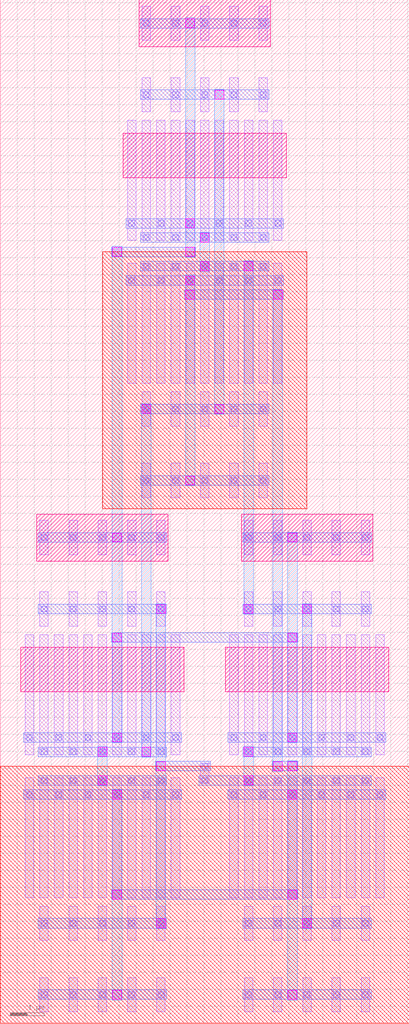
<source format=lef>
VERSION 5.7 ;

  DIVIDERCHAR "/" ;
  BUSBITCHARS "[]" ;
MACRO STAGE2_INV_62673116_0_0_1679063325
  CLASS BLOCK ;
  FOREIGN STAGE2_INV_62673116_0_0_1679063325 ;
  ORIGIN 0.000 -0.150 ;
  SIZE 12.040 BY 14.970 ;
  OBS
      LAYER nwell ;
        RECT 0.000 7.560 12.040 15.120 ;
      LAYER pwell ;
        RECT 0.605 4.070 5.415 5.380 ;
        RECT 6.625 4.070 11.435 5.380 ;
        RECT 1.075 0.150 4.945 1.530 ;
        RECT 7.095 0.150 10.965 1.530 ;
      LAYER li1 ;
        RECT 1.165 13.775 1.415 14.785 ;
        RECT 2.025 13.775 2.275 14.785 ;
        RECT 2.885 13.775 3.135 14.785 ;
        RECT 3.745 13.775 3.995 14.785 ;
        RECT 4.605 13.775 4.855 14.785 ;
        RECT 7.185 13.775 7.435 14.785 ;
        RECT 8.045 13.775 8.295 14.785 ;
        RECT 8.905 13.775 9.155 14.785 ;
        RECT 9.765 13.775 10.015 14.785 ;
        RECT 10.625 13.775 10.875 14.785 ;
        RECT 1.165 11.675 1.415 12.685 ;
        RECT 2.025 11.675 2.275 12.685 ;
        RECT 2.885 11.675 3.135 12.685 ;
        RECT 3.745 11.675 3.995 12.685 ;
        RECT 4.605 11.675 4.855 12.685 ;
        RECT 7.185 11.675 7.435 12.685 ;
        RECT 8.045 11.675 8.295 12.685 ;
        RECT 8.905 11.675 9.155 12.685 ;
        RECT 9.765 11.675 10.015 12.685 ;
        RECT 10.625 11.675 10.875 12.685 ;
        RECT 0.735 7.895 0.985 11.425 ;
        RECT 1.165 7.895 1.415 11.425 ;
        RECT 1.595 7.895 1.845 11.425 ;
        RECT 2.025 7.895 2.275 11.425 ;
        RECT 2.455 7.895 2.705 11.425 ;
        RECT 2.885 7.895 3.135 11.425 ;
        RECT 3.315 7.895 3.565 11.425 ;
        RECT 3.745 7.895 3.995 11.425 ;
        RECT 4.175 7.895 4.425 11.425 ;
        RECT 4.605 7.895 4.855 11.425 ;
        RECT 5.035 7.895 5.285 11.425 ;
        RECT 5.895 7.475 6.145 8.065 ;
        RECT 6.755 7.895 7.005 11.425 ;
        RECT 7.185 7.895 7.435 11.425 ;
        RECT 7.615 7.895 7.865 11.425 ;
        RECT 8.045 7.895 8.295 11.425 ;
        RECT 8.475 7.895 8.725 11.425 ;
        RECT 8.905 7.895 9.155 11.425 ;
        RECT 9.335 7.895 9.585 11.425 ;
        RECT 9.765 7.895 10.015 11.425 ;
        RECT 10.195 7.895 10.445 11.425 ;
        RECT 10.625 7.895 10.875 11.425 ;
        RECT 11.055 7.895 11.305 11.425 ;
        RECT 0.735 3.695 0.985 7.225 ;
        RECT 1.165 3.695 1.415 7.225 ;
        RECT 1.595 3.695 1.845 7.225 ;
        RECT 2.025 3.695 2.275 7.225 ;
        RECT 2.455 3.695 2.705 7.225 ;
        RECT 2.885 3.695 3.135 7.225 ;
        RECT 3.315 3.695 3.565 7.225 ;
        RECT 3.745 3.695 3.995 7.225 ;
        RECT 4.175 3.695 4.425 7.225 ;
        RECT 4.605 3.695 4.855 7.225 ;
        RECT 5.035 3.695 5.285 7.225 ;
        RECT 6.755 3.695 7.005 7.225 ;
        RECT 7.185 3.695 7.435 7.225 ;
        RECT 7.615 3.695 7.865 7.225 ;
        RECT 8.045 3.695 8.295 7.225 ;
        RECT 8.475 3.695 8.725 7.225 ;
        RECT 8.905 3.695 9.155 7.225 ;
        RECT 9.335 3.695 9.585 7.225 ;
        RECT 9.765 3.695 10.015 7.225 ;
        RECT 10.195 3.695 10.445 7.225 ;
        RECT 10.625 3.695 10.875 7.225 ;
        RECT 11.055 3.695 11.305 7.225 ;
        RECT 1.165 2.435 1.415 3.445 ;
        RECT 2.025 2.435 2.275 3.445 ;
        RECT 2.885 2.435 3.135 3.445 ;
        RECT 3.745 2.435 3.995 3.445 ;
        RECT 4.605 2.435 4.855 3.445 ;
        RECT 7.185 2.435 7.435 3.445 ;
        RECT 8.045 2.435 8.295 3.445 ;
        RECT 8.905 2.435 9.155 3.445 ;
        RECT 9.765 2.435 10.015 3.445 ;
        RECT 10.625 2.435 10.875 3.445 ;
        RECT 1.165 0.335 1.415 1.345 ;
        RECT 2.025 0.335 2.275 1.345 ;
        RECT 2.885 0.335 3.135 1.345 ;
        RECT 3.745 0.335 3.995 1.345 ;
        RECT 4.605 0.335 4.855 1.345 ;
        RECT 7.185 0.335 7.435 1.345 ;
        RECT 8.045 0.335 8.295 1.345 ;
        RECT 8.905 0.335 9.155 1.345 ;
        RECT 9.765 0.335 10.015 1.345 ;
        RECT 10.625 0.335 10.875 1.345 ;
      LAYER mcon ;
        RECT 1.205 14.195 1.375 14.365 ;
        RECT 2.065 14.195 2.235 14.365 ;
        RECT 2.925 14.195 3.095 14.365 ;
        RECT 3.785 14.195 3.955 14.365 ;
        RECT 4.645 14.195 4.815 14.365 ;
        RECT 7.225 14.195 7.395 14.365 ;
        RECT 8.085 14.195 8.255 14.365 ;
        RECT 8.945 14.195 9.115 14.365 ;
        RECT 9.805 14.195 9.975 14.365 ;
        RECT 10.665 14.195 10.835 14.365 ;
        RECT 1.205 12.095 1.375 12.265 ;
        RECT 2.065 12.095 2.235 12.265 ;
        RECT 2.925 12.095 3.095 12.265 ;
        RECT 3.785 12.095 3.955 12.265 ;
        RECT 4.645 12.095 4.815 12.265 ;
        RECT 7.225 12.095 7.395 12.265 ;
        RECT 8.085 12.095 8.255 12.265 ;
        RECT 8.945 12.095 9.115 12.265 ;
        RECT 9.805 12.095 9.975 12.265 ;
        RECT 10.665 12.095 10.835 12.265 ;
        RECT 0.775 8.315 0.945 8.485 ;
        RECT 1.205 7.895 1.375 8.065 ;
        RECT 1.635 8.315 1.805 8.485 ;
        RECT 2.065 7.895 2.235 8.065 ;
        RECT 2.495 8.315 2.665 8.485 ;
        RECT 2.925 7.895 3.095 8.065 ;
        RECT 3.355 8.315 3.525 8.485 ;
        RECT 3.785 7.895 3.955 8.065 ;
        RECT 4.215 8.315 4.385 8.485 ;
        RECT 4.645 7.895 4.815 8.065 ;
        RECT 5.075 8.315 5.245 8.485 ;
        RECT 6.795 8.315 6.965 8.485 ;
        RECT 5.935 7.895 6.105 8.065 ;
        RECT 7.225 7.895 7.395 8.065 ;
        RECT 7.655 8.315 7.825 8.485 ;
        RECT 8.085 7.895 8.255 8.065 ;
        RECT 8.515 8.315 8.685 8.485 ;
        RECT 8.945 7.895 9.115 8.065 ;
        RECT 9.375 8.315 9.545 8.485 ;
        RECT 9.805 7.895 9.975 8.065 ;
        RECT 10.235 8.315 10.405 8.485 ;
        RECT 10.665 7.895 10.835 8.065 ;
        RECT 11.095 8.315 11.265 8.485 ;
        RECT 5.935 7.475 6.105 7.645 ;
        RECT 0.775 6.635 0.945 6.805 ;
        RECT 1.205 7.055 1.375 7.225 ;
        RECT 1.635 6.635 1.805 6.805 ;
        RECT 2.065 7.055 2.235 7.225 ;
        RECT 2.495 6.635 2.665 6.805 ;
        RECT 2.925 7.055 3.095 7.225 ;
        RECT 3.355 6.635 3.525 6.805 ;
        RECT 3.785 7.055 3.955 7.225 ;
        RECT 4.215 6.635 4.385 6.805 ;
        RECT 4.645 7.055 4.815 7.225 ;
        RECT 5.075 6.635 5.245 6.805 ;
        RECT 6.795 6.635 6.965 6.805 ;
        RECT 7.225 7.055 7.395 7.225 ;
        RECT 7.655 6.635 7.825 6.805 ;
        RECT 8.085 7.055 8.255 7.225 ;
        RECT 8.515 6.635 8.685 6.805 ;
        RECT 8.945 7.055 9.115 7.225 ;
        RECT 9.375 6.635 9.545 6.805 ;
        RECT 9.805 7.055 9.975 7.225 ;
        RECT 10.235 6.635 10.405 6.805 ;
        RECT 10.665 7.055 10.835 7.225 ;
        RECT 11.095 6.635 11.265 6.805 ;
        RECT 1.205 2.855 1.375 3.025 ;
        RECT 2.065 2.855 2.235 3.025 ;
        RECT 2.925 2.855 3.095 3.025 ;
        RECT 3.785 2.855 3.955 3.025 ;
        RECT 4.645 2.855 4.815 3.025 ;
        RECT 7.225 2.855 7.395 3.025 ;
        RECT 8.085 2.855 8.255 3.025 ;
        RECT 8.945 2.855 9.115 3.025 ;
        RECT 9.805 2.855 9.975 3.025 ;
        RECT 10.665 2.855 10.835 3.025 ;
        RECT 1.205 0.755 1.375 0.925 ;
        RECT 2.065 0.755 2.235 0.925 ;
        RECT 2.925 0.755 3.095 0.925 ;
        RECT 3.785 0.755 3.955 0.925 ;
        RECT 4.645 0.755 4.815 0.925 ;
        RECT 7.225 0.755 7.395 0.925 ;
        RECT 8.085 0.755 8.255 0.925 ;
        RECT 8.945 0.755 9.115 0.925 ;
        RECT 9.805 0.755 9.975 0.925 ;
        RECT 10.665 0.755 10.835 0.925 ;
      LAYER met1 ;
        RECT 1.120 14.140 4.900 14.420 ;
        RECT 7.140 14.140 10.920 14.420 ;
        RECT 1.120 12.040 4.900 12.320 ;
        RECT 7.140 12.040 10.920 12.320 ;
        RECT 3.280 11.200 8.760 11.480 ;
        RECT 0.690 8.260 5.330 8.540 ;
        RECT 6.710 8.260 11.350 8.540 ;
        RECT 1.120 7.840 4.900 8.120 ;
        RECT 5.850 7.840 10.920 8.120 ;
        RECT 4.570 7.420 6.190 7.700 ;
        RECT 1.120 7.000 4.900 7.280 ;
        RECT 7.140 7.000 10.920 7.280 ;
        RECT 0.690 6.580 5.330 6.860 ;
        RECT 6.710 6.580 11.350 6.860 ;
        RECT 3.280 3.640 8.760 3.920 ;
        RECT 1.120 2.800 4.900 3.080 ;
        RECT 7.140 2.800 10.920 3.080 ;
        RECT 1.120 0.700 4.900 0.980 ;
        RECT 7.140 0.700 10.920 0.980 ;
      LAYER via ;
        RECT 3.310 14.150 3.570 14.410 ;
        RECT 8.470 14.150 8.730 14.410 ;
        RECT 4.600 12.050 4.860 12.310 ;
        RECT 8.900 12.050 9.160 12.310 ;
        RECT 3.310 11.210 3.570 11.470 ;
        RECT 8.470 11.210 8.730 11.470 ;
        RECT 3.310 8.270 3.570 8.530 ;
        RECT 8.470 8.270 8.730 8.530 ;
        RECT 2.880 7.850 3.140 8.110 ;
        RECT 7.180 7.850 7.440 8.110 ;
        RECT 4.600 7.430 4.860 7.690 ;
        RECT 2.880 7.010 3.140 7.270 ;
        RECT 7.180 7.010 7.440 7.270 ;
        RECT 3.310 6.590 3.570 6.850 ;
        RECT 8.470 6.590 8.730 6.850 ;
        RECT 3.310 3.650 3.570 3.910 ;
        RECT 8.470 3.650 8.730 3.910 ;
        RECT 4.600 2.810 4.860 3.070 ;
        RECT 8.900 2.810 9.160 3.070 ;
        RECT 3.310 0.710 3.570 0.970 ;
        RECT 8.470 0.710 8.730 0.970 ;
      LAYER met2 ;
        RECT 3.300 8.240 3.580 14.440 ;
        RECT 2.870 6.980 3.150 8.140 ;
        RECT 3.300 0.680 3.580 6.880 ;
        RECT 4.590 2.780 4.870 12.340 ;
        RECT 8.460 8.240 8.740 14.440 ;
        RECT 7.170 6.980 7.450 8.140 ;
        RECT 8.460 0.680 8.740 6.880 ;
        RECT 8.890 2.780 9.170 12.340 ;
  END
END STAGE2_INV_62673116_0_0_1679063325
MACRO INV_57920576_0_0_1679063324
  CLASS BLOCK ;
  FOREIGN INV_57920576_0_0_1679063324 ;
  ORIGIN 0.000 -0.150 ;
  SIZE 6.020 BY 14.970 ;
  OBS
      LAYER nwell ;
        RECT 0.000 7.560 6.020 15.120 ;
      LAYER pwell ;
        RECT 0.605 4.070 5.415 5.380 ;
        RECT 1.075 0.150 4.945 1.530 ;
      LAYER li1 ;
        RECT 1.165 13.775 1.415 14.785 ;
        RECT 2.025 13.775 2.275 14.785 ;
        RECT 2.885 13.775 3.135 14.785 ;
        RECT 3.745 13.775 3.995 14.785 ;
        RECT 4.605 13.775 4.855 14.785 ;
        RECT 1.165 11.675 1.415 12.685 ;
        RECT 2.025 11.675 2.275 12.685 ;
        RECT 2.885 11.675 3.135 12.685 ;
        RECT 3.745 11.675 3.995 12.685 ;
        RECT 4.605 11.675 4.855 12.685 ;
        RECT 0.735 7.895 0.985 11.425 ;
        RECT 1.165 7.895 1.415 11.425 ;
        RECT 1.595 7.895 1.845 11.425 ;
        RECT 2.025 7.895 2.275 11.425 ;
        RECT 2.455 7.895 2.705 11.425 ;
        RECT 2.885 7.895 3.135 11.425 ;
        RECT 3.315 7.895 3.565 11.425 ;
        RECT 3.745 7.895 3.995 11.425 ;
        RECT 4.175 7.895 4.425 11.425 ;
        RECT 4.605 7.895 4.855 11.425 ;
        RECT 5.035 7.895 5.285 11.425 ;
        RECT 0.735 3.695 0.985 7.225 ;
        RECT 1.165 3.695 1.415 7.225 ;
        RECT 1.595 3.695 1.845 7.225 ;
        RECT 2.025 3.695 2.275 7.225 ;
        RECT 2.455 3.695 2.705 7.225 ;
        RECT 2.885 3.695 3.135 7.225 ;
        RECT 3.315 3.695 3.565 7.225 ;
        RECT 3.745 3.695 3.995 7.225 ;
        RECT 4.175 3.695 4.425 7.225 ;
        RECT 4.605 3.695 4.855 7.225 ;
        RECT 5.035 3.695 5.285 7.225 ;
        RECT 1.165 2.435 1.415 3.445 ;
        RECT 2.025 2.435 2.275 3.445 ;
        RECT 2.885 2.435 3.135 3.445 ;
        RECT 3.745 2.435 3.995 3.445 ;
        RECT 4.605 2.435 4.855 3.445 ;
        RECT 1.165 0.335 1.415 1.345 ;
        RECT 2.025 0.335 2.275 1.345 ;
        RECT 2.885 0.335 3.135 1.345 ;
        RECT 3.745 0.335 3.995 1.345 ;
        RECT 4.605 0.335 4.855 1.345 ;
      LAYER mcon ;
        RECT 1.205 14.195 1.375 14.365 ;
        RECT 2.065 14.195 2.235 14.365 ;
        RECT 2.925 14.195 3.095 14.365 ;
        RECT 3.785 14.195 3.955 14.365 ;
        RECT 4.645 14.195 4.815 14.365 ;
        RECT 1.205 12.095 1.375 12.265 ;
        RECT 2.065 12.095 2.235 12.265 ;
        RECT 2.925 12.095 3.095 12.265 ;
        RECT 3.785 12.095 3.955 12.265 ;
        RECT 4.645 12.095 4.815 12.265 ;
        RECT 0.775 8.315 0.945 8.485 ;
        RECT 1.205 7.895 1.375 8.065 ;
        RECT 1.635 8.315 1.805 8.485 ;
        RECT 2.065 7.895 2.235 8.065 ;
        RECT 2.495 8.315 2.665 8.485 ;
        RECT 2.925 7.895 3.095 8.065 ;
        RECT 3.355 8.315 3.525 8.485 ;
        RECT 3.785 7.895 3.955 8.065 ;
        RECT 4.215 8.315 4.385 8.485 ;
        RECT 4.645 7.895 4.815 8.065 ;
        RECT 5.075 8.315 5.245 8.485 ;
        RECT 0.775 6.635 0.945 6.805 ;
        RECT 1.205 7.055 1.375 7.225 ;
        RECT 1.635 6.635 1.805 6.805 ;
        RECT 2.065 7.055 2.235 7.225 ;
        RECT 2.495 6.635 2.665 6.805 ;
        RECT 2.925 7.055 3.095 7.225 ;
        RECT 3.355 6.635 3.525 6.805 ;
        RECT 3.785 7.055 3.955 7.225 ;
        RECT 4.215 6.635 4.385 6.805 ;
        RECT 4.645 7.055 4.815 7.225 ;
        RECT 5.075 6.635 5.245 6.805 ;
        RECT 1.205 2.855 1.375 3.025 ;
        RECT 2.065 2.855 2.235 3.025 ;
        RECT 2.925 2.855 3.095 3.025 ;
        RECT 3.785 2.855 3.955 3.025 ;
        RECT 4.645 2.855 4.815 3.025 ;
        RECT 1.205 0.755 1.375 0.925 ;
        RECT 2.065 0.755 2.235 0.925 ;
        RECT 2.925 0.755 3.095 0.925 ;
        RECT 3.785 0.755 3.955 0.925 ;
        RECT 4.645 0.755 4.815 0.925 ;
      LAYER met1 ;
        RECT 1.120 14.140 4.900 14.420 ;
        RECT 1.120 12.040 4.900 12.320 ;
        RECT 0.690 8.260 5.330 8.540 ;
        RECT 1.120 7.840 4.900 8.120 ;
        RECT 1.120 7.000 4.900 7.280 ;
        RECT 0.690 6.580 5.330 6.860 ;
        RECT 1.120 2.800 4.900 3.080 ;
        RECT 1.120 0.700 4.900 0.980 ;
      LAYER via ;
        RECT 2.450 14.150 2.710 14.410 ;
        RECT 3.310 12.050 3.570 12.310 ;
        RECT 2.450 8.270 2.710 8.530 ;
        RECT 2.880 7.850 3.140 8.110 ;
        RECT 2.880 7.010 3.140 7.270 ;
        RECT 2.450 6.590 2.710 6.850 ;
        RECT 3.310 2.810 3.570 3.070 ;
        RECT 2.450 0.710 2.710 0.970 ;
      LAYER met2 ;
        RECT 2.440 8.240 2.720 14.440 ;
        RECT 2.870 6.980 3.150 8.140 ;
        RECT 2.440 0.680 2.720 6.880 ;
        RECT 3.300 2.780 3.580 12.340 ;
  END
END INV_57920576_0_0_1679063324
MACRO RINGOSC_0
  CLASS BLOCK ;
  FOREIGN RINGOSC_0 ;
  ORIGIN 0.000 0.000 ;
  SIZE 12.040 BY 30.090 ;
  OBS
      LAYER pwell ;
        RECT 4.085 28.710 7.955 30.090 ;
        RECT 3.615 24.860 8.425 26.170 ;
      LAYER nwell ;
        RECT 3.010 15.120 9.030 22.680 ;
      LAYER pwell ;
        RECT 1.075 13.590 4.945 14.970 ;
        RECT 7.095 13.590 10.965 14.970 ;
        RECT 0.605 9.740 5.415 11.050 ;
        RECT 6.625 9.740 11.435 11.050 ;
      LAYER nwell ;
        RECT 0.000 0.000 12.040 7.560 ;
      LAYER li1 ;
        RECT 4.175 28.895 4.425 29.905 ;
        RECT 5.035 28.895 5.285 29.905 ;
        RECT 5.895 28.895 6.145 29.905 ;
        RECT 6.755 28.895 7.005 29.905 ;
        RECT 7.615 28.895 7.865 29.905 ;
        RECT 4.175 26.795 4.425 27.805 ;
        RECT 5.035 26.795 5.285 27.805 ;
        RECT 5.895 26.795 6.145 27.805 ;
        RECT 6.755 26.795 7.005 27.805 ;
        RECT 7.615 26.795 7.865 27.805 ;
        RECT 3.745 23.015 3.995 26.545 ;
        RECT 4.175 23.015 4.425 26.545 ;
        RECT 4.605 23.015 4.855 26.545 ;
        RECT 5.035 23.015 5.285 26.545 ;
        RECT 5.465 23.015 5.715 26.545 ;
        RECT 5.895 23.015 6.145 26.545 ;
        RECT 6.325 23.015 6.575 26.545 ;
        RECT 6.755 23.015 7.005 26.545 ;
        RECT 7.185 23.015 7.435 26.545 ;
        RECT 7.615 23.015 7.865 26.545 ;
        RECT 8.045 23.015 8.295 26.545 ;
        RECT 3.745 18.815 3.995 22.345 ;
        RECT 4.175 18.815 4.425 22.345 ;
        RECT 4.605 18.815 4.855 22.345 ;
        RECT 5.035 18.815 5.285 22.345 ;
        RECT 5.465 18.815 5.715 22.345 ;
        RECT 5.895 18.815 6.145 22.345 ;
        RECT 6.325 18.815 6.575 22.345 ;
        RECT 6.755 18.815 7.005 22.345 ;
        RECT 7.185 18.815 7.435 22.345 ;
        RECT 7.615 18.815 7.865 22.345 ;
        RECT 8.045 18.815 8.295 22.345 ;
        RECT 4.175 17.555 4.425 18.565 ;
        RECT 5.035 17.555 5.285 18.565 ;
        RECT 5.895 17.555 6.145 18.565 ;
        RECT 6.755 17.555 7.005 18.565 ;
        RECT 7.615 17.555 7.865 18.565 ;
        RECT 4.175 15.455 4.425 16.465 ;
        RECT 5.035 15.455 5.285 16.465 ;
        RECT 5.895 15.455 6.145 16.465 ;
        RECT 6.755 15.455 7.005 16.465 ;
        RECT 7.615 15.455 7.865 16.465 ;
        RECT 1.165 13.775 1.415 14.785 ;
        RECT 2.025 13.775 2.275 14.785 ;
        RECT 2.885 13.775 3.135 14.785 ;
        RECT 3.745 13.775 3.995 14.785 ;
        RECT 4.605 13.775 4.855 14.785 ;
        RECT 7.185 13.775 7.435 14.785 ;
        RECT 8.045 13.775 8.295 14.785 ;
        RECT 8.905 13.775 9.155 14.785 ;
        RECT 9.765 13.775 10.015 14.785 ;
        RECT 10.625 13.775 10.875 14.785 ;
        RECT 1.165 11.675 1.415 12.685 ;
        RECT 2.025 11.675 2.275 12.685 ;
        RECT 2.885 11.675 3.135 12.685 ;
        RECT 3.745 11.675 3.995 12.685 ;
        RECT 4.605 11.675 4.855 12.685 ;
        RECT 7.185 11.675 7.435 12.685 ;
        RECT 8.045 11.675 8.295 12.685 ;
        RECT 8.905 11.675 9.155 12.685 ;
        RECT 9.765 11.675 10.015 12.685 ;
        RECT 10.625 11.675 10.875 12.685 ;
        RECT 0.735 7.895 0.985 11.425 ;
        RECT 1.165 7.895 1.415 11.425 ;
        RECT 1.595 7.895 1.845 11.425 ;
        RECT 2.025 7.895 2.275 11.425 ;
        RECT 2.455 7.895 2.705 11.425 ;
        RECT 2.885 7.895 3.135 11.425 ;
        RECT 3.315 7.895 3.565 11.425 ;
        RECT 3.745 7.895 3.995 11.425 ;
        RECT 4.175 7.895 4.425 11.425 ;
        RECT 4.605 7.895 4.855 11.425 ;
        RECT 5.035 7.895 5.285 11.425 ;
        RECT 6.755 7.895 7.005 11.425 ;
        RECT 7.185 7.895 7.435 11.425 ;
        RECT 7.615 7.895 7.865 11.425 ;
        RECT 8.045 7.895 8.295 11.425 ;
        RECT 8.475 7.895 8.725 11.425 ;
        RECT 8.905 7.895 9.155 11.425 ;
        RECT 9.335 7.895 9.585 11.425 ;
        RECT 9.765 7.895 10.015 11.425 ;
        RECT 10.195 7.895 10.445 11.425 ;
        RECT 10.625 7.895 10.875 11.425 ;
        RECT 11.055 7.895 11.305 11.425 ;
        RECT 0.735 3.695 0.985 7.225 ;
        RECT 1.165 3.695 1.415 7.225 ;
        RECT 1.595 3.695 1.845 7.225 ;
        RECT 2.025 3.695 2.275 7.225 ;
        RECT 2.455 3.695 2.705 7.225 ;
        RECT 2.885 3.695 3.135 7.225 ;
        RECT 3.315 3.695 3.565 7.225 ;
        RECT 3.745 3.695 3.995 7.225 ;
        RECT 4.175 3.695 4.425 7.225 ;
        RECT 4.605 3.695 4.855 7.225 ;
        RECT 5.035 3.695 5.285 7.225 ;
        RECT 5.895 7.055 6.145 7.645 ;
        RECT 6.755 3.695 7.005 7.225 ;
        RECT 7.185 3.695 7.435 7.225 ;
        RECT 7.615 3.695 7.865 7.225 ;
        RECT 8.045 3.695 8.295 7.225 ;
        RECT 8.475 3.695 8.725 7.225 ;
        RECT 8.905 3.695 9.155 7.225 ;
        RECT 9.335 3.695 9.585 7.225 ;
        RECT 9.765 3.695 10.015 7.225 ;
        RECT 10.195 3.695 10.445 7.225 ;
        RECT 10.625 3.695 10.875 7.225 ;
        RECT 11.055 3.695 11.305 7.225 ;
        RECT 1.165 2.435 1.415 3.445 ;
        RECT 2.025 2.435 2.275 3.445 ;
        RECT 2.885 2.435 3.135 3.445 ;
        RECT 3.745 2.435 3.995 3.445 ;
        RECT 4.605 2.435 4.855 3.445 ;
        RECT 7.185 2.435 7.435 3.445 ;
        RECT 8.045 2.435 8.295 3.445 ;
        RECT 8.905 2.435 9.155 3.445 ;
        RECT 9.765 2.435 10.015 3.445 ;
        RECT 10.625 2.435 10.875 3.445 ;
        RECT 1.165 0.335 1.415 1.345 ;
        RECT 2.025 0.335 2.275 1.345 ;
        RECT 2.885 0.335 3.135 1.345 ;
        RECT 3.745 0.335 3.995 1.345 ;
        RECT 4.605 0.335 4.855 1.345 ;
        RECT 7.185 0.335 7.435 1.345 ;
        RECT 8.045 0.335 8.295 1.345 ;
        RECT 8.905 0.335 9.155 1.345 ;
        RECT 9.765 0.335 10.015 1.345 ;
        RECT 10.625 0.335 10.875 1.345 ;
      LAYER mcon ;
        RECT 4.215 29.315 4.385 29.485 ;
        RECT 5.075 29.315 5.245 29.485 ;
        RECT 5.935 29.315 6.105 29.485 ;
        RECT 6.795 29.315 6.965 29.485 ;
        RECT 7.655 29.315 7.825 29.485 ;
        RECT 4.215 27.215 4.385 27.385 ;
        RECT 5.075 27.215 5.245 27.385 ;
        RECT 5.935 27.215 6.105 27.385 ;
        RECT 6.795 27.215 6.965 27.385 ;
        RECT 7.655 27.215 7.825 27.385 ;
        RECT 3.785 23.435 3.955 23.605 ;
        RECT 4.215 23.015 4.385 23.185 ;
        RECT 4.645 23.435 4.815 23.605 ;
        RECT 5.075 23.015 5.245 23.185 ;
        RECT 5.505 23.435 5.675 23.605 ;
        RECT 5.935 23.015 6.105 23.185 ;
        RECT 6.365 23.435 6.535 23.605 ;
        RECT 6.795 23.015 6.965 23.185 ;
        RECT 7.225 23.435 7.395 23.605 ;
        RECT 7.655 23.015 7.825 23.185 ;
        RECT 8.085 23.435 8.255 23.605 ;
        RECT 3.785 21.755 3.955 21.925 ;
        RECT 4.215 22.175 4.385 22.345 ;
        RECT 4.645 21.755 4.815 21.925 ;
        RECT 5.075 22.175 5.245 22.345 ;
        RECT 5.505 21.755 5.675 21.925 ;
        RECT 5.935 22.175 6.105 22.345 ;
        RECT 6.365 21.755 6.535 21.925 ;
        RECT 6.795 22.175 6.965 22.345 ;
        RECT 7.225 21.755 7.395 21.925 ;
        RECT 7.655 22.175 7.825 22.345 ;
        RECT 8.085 21.755 8.255 21.925 ;
        RECT 4.215 17.975 4.385 18.145 ;
        RECT 5.075 17.975 5.245 18.145 ;
        RECT 5.935 17.975 6.105 18.145 ;
        RECT 6.795 17.975 6.965 18.145 ;
        RECT 7.655 17.975 7.825 18.145 ;
        RECT 4.215 15.875 4.385 16.045 ;
        RECT 5.075 15.875 5.245 16.045 ;
        RECT 5.935 15.875 6.105 16.045 ;
        RECT 6.795 15.875 6.965 16.045 ;
        RECT 7.655 15.875 7.825 16.045 ;
        RECT 1.205 14.195 1.375 14.365 ;
        RECT 2.065 14.195 2.235 14.365 ;
        RECT 2.925 14.195 3.095 14.365 ;
        RECT 3.785 14.195 3.955 14.365 ;
        RECT 4.645 14.195 4.815 14.365 ;
        RECT 7.225 14.195 7.395 14.365 ;
        RECT 8.085 14.195 8.255 14.365 ;
        RECT 8.945 14.195 9.115 14.365 ;
        RECT 9.805 14.195 9.975 14.365 ;
        RECT 10.665 14.195 10.835 14.365 ;
        RECT 1.205 12.095 1.375 12.265 ;
        RECT 2.065 12.095 2.235 12.265 ;
        RECT 2.925 12.095 3.095 12.265 ;
        RECT 3.785 12.095 3.955 12.265 ;
        RECT 4.645 12.095 4.815 12.265 ;
        RECT 7.225 12.095 7.395 12.265 ;
        RECT 8.085 12.095 8.255 12.265 ;
        RECT 8.945 12.095 9.115 12.265 ;
        RECT 9.805 12.095 9.975 12.265 ;
        RECT 10.665 12.095 10.835 12.265 ;
        RECT 0.775 8.315 0.945 8.485 ;
        RECT 1.205 7.895 1.375 8.065 ;
        RECT 1.635 8.315 1.805 8.485 ;
        RECT 2.065 7.895 2.235 8.065 ;
        RECT 2.495 8.315 2.665 8.485 ;
        RECT 2.925 7.895 3.095 8.065 ;
        RECT 3.355 8.315 3.525 8.485 ;
        RECT 3.785 7.895 3.955 8.065 ;
        RECT 4.215 8.315 4.385 8.485 ;
        RECT 4.645 7.895 4.815 8.065 ;
        RECT 5.075 8.315 5.245 8.485 ;
        RECT 6.795 8.315 6.965 8.485 ;
        RECT 7.225 7.895 7.395 8.065 ;
        RECT 7.655 8.315 7.825 8.485 ;
        RECT 8.085 7.895 8.255 8.065 ;
        RECT 8.515 8.315 8.685 8.485 ;
        RECT 8.945 7.895 9.115 8.065 ;
        RECT 9.375 8.315 9.545 8.485 ;
        RECT 9.805 7.895 9.975 8.065 ;
        RECT 10.235 8.315 10.405 8.485 ;
        RECT 10.665 7.895 10.835 8.065 ;
        RECT 11.095 8.315 11.265 8.485 ;
        RECT 5.935 7.475 6.105 7.645 ;
        RECT 0.775 6.635 0.945 6.805 ;
        RECT 1.205 7.055 1.375 7.225 ;
        RECT 1.635 6.635 1.805 6.805 ;
        RECT 2.065 7.055 2.235 7.225 ;
        RECT 2.495 6.635 2.665 6.805 ;
        RECT 2.925 7.055 3.095 7.225 ;
        RECT 3.355 6.635 3.525 6.805 ;
        RECT 3.785 7.055 3.955 7.225 ;
        RECT 4.215 6.635 4.385 6.805 ;
        RECT 4.645 7.055 4.815 7.225 ;
        RECT 5.935 7.055 6.105 7.225 ;
        RECT 5.075 6.635 5.245 6.805 ;
        RECT 6.795 6.635 6.965 6.805 ;
        RECT 7.225 7.055 7.395 7.225 ;
        RECT 7.655 6.635 7.825 6.805 ;
        RECT 8.085 7.055 8.255 7.225 ;
        RECT 8.515 6.635 8.685 6.805 ;
        RECT 8.945 7.055 9.115 7.225 ;
        RECT 9.375 6.635 9.545 6.805 ;
        RECT 9.805 7.055 9.975 7.225 ;
        RECT 10.235 6.635 10.405 6.805 ;
        RECT 10.665 7.055 10.835 7.225 ;
        RECT 11.095 6.635 11.265 6.805 ;
        RECT 1.205 2.855 1.375 3.025 ;
        RECT 2.065 2.855 2.235 3.025 ;
        RECT 2.925 2.855 3.095 3.025 ;
        RECT 3.785 2.855 3.955 3.025 ;
        RECT 4.645 2.855 4.815 3.025 ;
        RECT 7.225 2.855 7.395 3.025 ;
        RECT 8.085 2.855 8.255 3.025 ;
        RECT 8.945 2.855 9.115 3.025 ;
        RECT 9.805 2.855 9.975 3.025 ;
        RECT 10.665 2.855 10.835 3.025 ;
        RECT 1.205 0.755 1.375 0.925 ;
        RECT 2.065 0.755 2.235 0.925 ;
        RECT 2.925 0.755 3.095 0.925 ;
        RECT 3.785 0.755 3.955 0.925 ;
        RECT 4.645 0.755 4.815 0.925 ;
        RECT 7.225 0.755 7.395 0.925 ;
        RECT 8.085 0.755 8.255 0.925 ;
        RECT 8.945 0.755 9.115 0.925 ;
        RECT 9.805 0.755 9.975 0.925 ;
        RECT 10.665 0.755 10.835 0.925 ;
      LAYER met1 ;
        RECT 4.130 29.260 7.910 29.540 ;
        RECT 4.130 27.160 7.910 27.440 ;
        RECT 3.700 23.380 8.340 23.660 ;
        RECT 4.130 22.960 7.910 23.240 ;
        RECT 3.280 22.540 5.750 22.820 ;
        RECT 4.130 22.120 7.910 22.400 ;
        RECT 3.700 21.700 8.340 21.980 ;
        RECT 5.430 21.280 8.330 21.560 ;
        RECT 4.130 17.920 7.910 18.200 ;
        RECT 4.130 15.820 7.910 16.100 ;
        RECT 1.120 14.140 4.900 14.420 ;
        RECT 7.140 14.140 10.920 14.420 ;
        RECT 1.120 12.040 4.900 12.320 ;
        RECT 7.140 12.040 10.920 12.320 ;
        RECT 3.280 11.200 8.760 11.480 ;
        RECT 0.690 8.260 5.330 8.540 ;
        RECT 6.710 8.260 11.350 8.540 ;
        RECT 1.120 7.840 4.900 8.120 ;
        RECT 7.140 7.840 10.920 8.120 ;
        RECT 4.570 7.420 6.190 7.700 ;
        RECT 8.010 7.420 8.760 7.700 ;
        RECT 1.120 7.000 4.900 7.280 ;
        RECT 5.850 7.000 10.920 7.280 ;
        RECT 0.690 6.580 5.330 6.860 ;
        RECT 6.710 6.580 11.350 6.860 ;
        RECT 3.280 3.640 8.760 3.920 ;
        RECT 1.120 2.800 4.900 3.080 ;
        RECT 7.140 2.800 10.920 3.080 ;
        RECT 1.120 0.700 4.900 0.980 ;
        RECT 7.140 0.700 10.920 0.980 ;
      LAYER via ;
        RECT 5.460 29.270 5.720 29.530 ;
        RECT 6.320 27.170 6.580 27.430 ;
        RECT 5.460 23.390 5.720 23.650 ;
        RECT 5.890 22.970 6.150 23.230 ;
        RECT 3.310 22.550 3.570 22.810 ;
        RECT 5.460 22.550 5.720 22.810 ;
        RECT 5.890 22.130 6.150 22.390 ;
        RECT 7.180 22.130 7.440 22.390 ;
        RECT 5.460 21.710 5.720 21.970 ;
        RECT 5.460 21.290 5.720 21.550 ;
        RECT 8.040 21.290 8.300 21.550 ;
        RECT 4.170 17.930 4.430 18.190 ;
        RECT 6.320 17.930 6.580 18.190 ;
        RECT 5.460 15.830 5.720 16.090 ;
        RECT 3.310 14.150 3.570 14.410 ;
        RECT 8.470 14.150 8.730 14.410 ;
        RECT 4.600 12.050 4.860 12.310 ;
        RECT 7.180 12.050 7.440 12.310 ;
        RECT 8.900 12.050 9.160 12.310 ;
        RECT 3.310 11.210 3.570 11.470 ;
        RECT 8.470 11.210 8.730 11.470 ;
        RECT 3.310 8.270 3.570 8.530 ;
        RECT 8.470 8.270 8.730 8.530 ;
        RECT 2.880 7.850 3.140 8.110 ;
        RECT 4.170 7.850 4.430 8.110 ;
        RECT 7.180 7.850 7.440 8.110 ;
        RECT 4.600 7.430 4.860 7.690 ;
        RECT 8.040 7.430 8.300 7.690 ;
        RECT 8.470 7.430 8.730 7.690 ;
        RECT 2.880 7.010 3.140 7.270 ;
        RECT 7.180 7.010 7.440 7.270 ;
        RECT 3.310 6.590 3.570 6.850 ;
        RECT 8.470 6.590 8.730 6.850 ;
        RECT 3.310 3.650 3.570 3.910 ;
        RECT 8.470 3.650 8.730 3.910 ;
        RECT 4.600 2.810 4.860 3.070 ;
        RECT 8.900 2.810 9.160 3.070 ;
        RECT 3.310 0.710 3.570 0.970 ;
        RECT 8.470 0.710 8.730 0.970 ;
      LAYER met2 ;
        RECT 3.300 8.240 3.580 22.840 ;
        RECT 5.450 22.520 5.730 29.560 ;
        RECT 5.880 22.100 6.160 23.260 ;
        RECT 2.870 6.980 3.150 8.140 ;
        RECT 4.160 7.820 4.440 18.220 ;
        RECT 5.450 15.800 5.730 22.000 ;
        RECT 6.310 17.900 6.590 27.460 ;
        RECT 3.300 0.680 3.580 6.880 ;
        RECT 4.590 2.780 4.870 12.340 ;
        RECT 7.170 12.020 7.450 22.420 ;
        RECT 7.170 6.980 7.450 8.140 ;
        RECT 8.030 7.400 8.310 21.580 ;
        RECT 8.460 8.240 8.740 14.440 ;
        RECT 8.460 0.680 8.740 7.720 ;
        RECT 8.890 2.780 9.170 12.340 ;
  END
END RINGOSC_0
END LIBRARY


</source>
